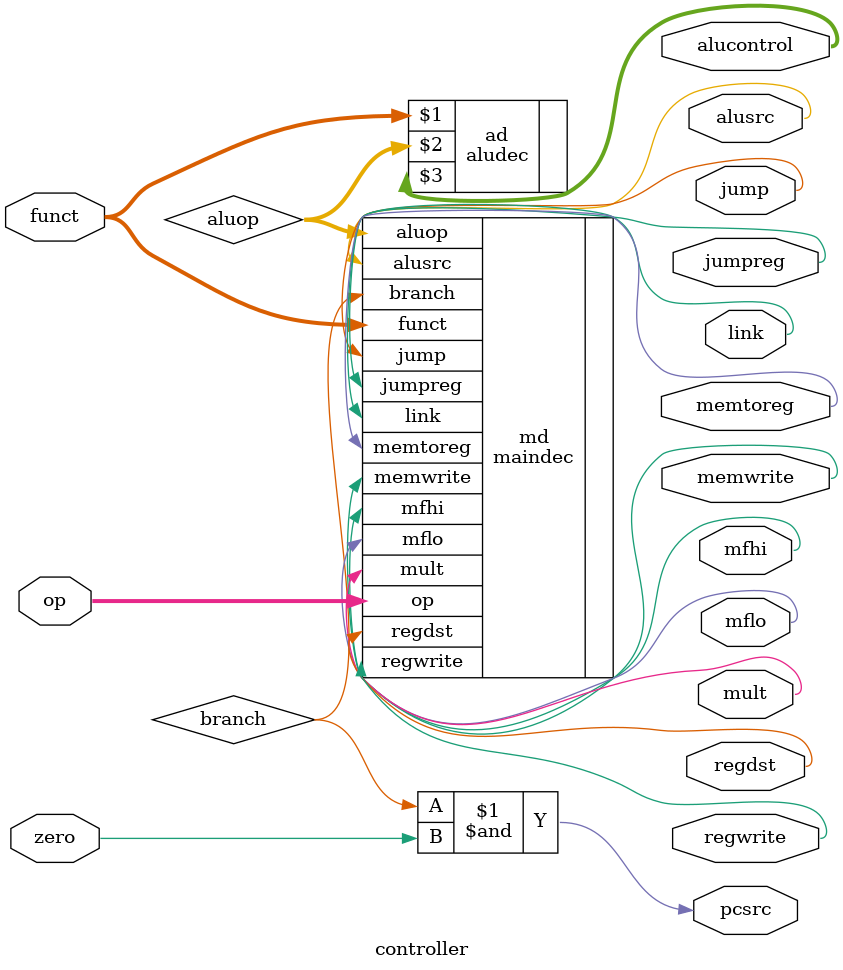
<source format=v>
module controller(input  [5:0] op, funct,
                  input        zero,
                  output       memtoreg, memwrite,
                  output       pcsrc, alusrc,
                  output       regdst, regwrite,
                  output       jump, jumpreg, link,
						output       mult, mfhi, mflo,
                  output [2:0] alucontrol);

  wire [1:0] aluop;
  wire       branch;

  maindec md(.op(op), .funct(funct), .memtoreg(memtoreg), .memwrite(memwrite), .branch(branch),
             .alusrc(alusrc), .regdst(regdst), .regwrite(regwrite), .jump(jump),
				 .jumpreg(jumpreg), .link(link), .mult(mult), .mfhi(mfhi), .mflo(mflo),
				 .aluop(aluop));
  aludec  ad(funct, aluop, alucontrol);

  assign pcsrc = branch & zero;
endmodule
</source>
